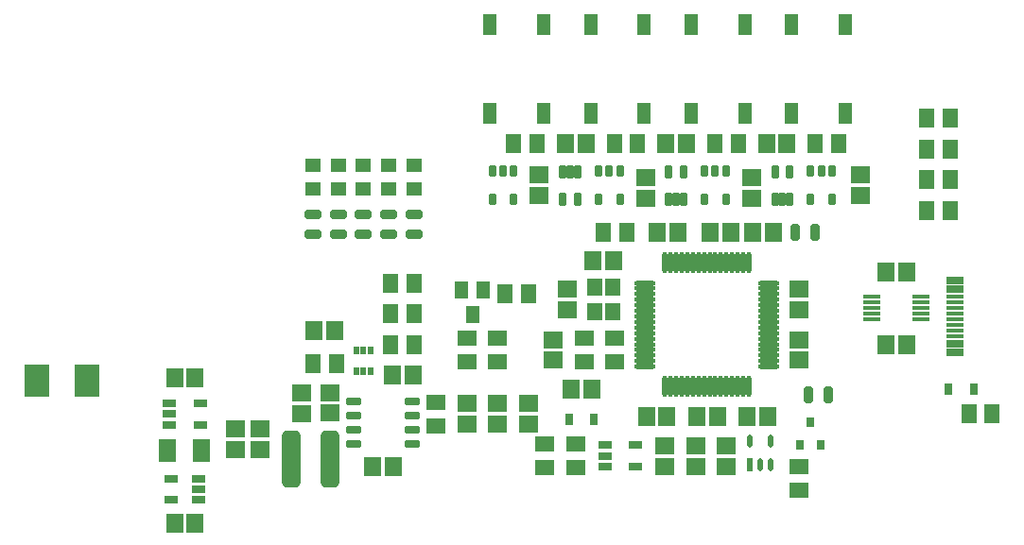
<source format=gbr>
%TF.GenerationSoftware,Altium Limited,Altium Designer,21.0.9 (235)*%
G04 Layer_Color=8421504*
%FSLAX45Y45*%
%MOMM*%
%TF.SameCoordinates,158FC4AE-840B-470E-B714-2E0BDA5EE684*%
%TF.FilePolarity,Positive*%
%TF.FileFunction,Paste,Top*%
%TF.Part,Single*%
G01*
G75*
%TA.AperFunction,SMDPad,CuDef*%
%ADD23R,0.80000X0.90000*%
G04:AMPARAMS|DCode=24|XSize=1.15564mm|YSize=0.52981mm|CornerRadius=0.2649mm|HoleSize=0mm|Usage=FLASHONLY|Rotation=90.000|XOffset=0mm|YOffset=0mm|HoleType=Round|Shape=RoundedRectangle|*
%AMROUNDEDRECTD24*
21,1,1.15564,0.00000,0,0,90.0*
21,1,0.62584,0.52981,0,0,90.0*
1,1,0.52980,0.00000,0.31292*
1,1,0.52980,0.00000,-0.31292*
1,1,0.52980,0.00000,-0.31292*
1,1,0.52980,0.00000,0.31292*
%
%ADD24ROUNDEDRECTD24*%
%ADD25R,0.52981X1.15564*%
%ADD77R,1.65240X1.60240*%
%ADD78R,1.65240X1.35240*%
%ADD79R,1.35240X1.65240*%
%ADD104R,1.20240X0.75240*%
G04:AMPARAMS|DCode=105|XSize=1.4524mm|YSize=0.9124mm|CornerRadius=0.1712mm|HoleSize=0mm|Usage=FLASHONLY|Rotation=270.000|XOffset=0mm|YOffset=0mm|HoleType=Round|Shape=RoundedRectangle|*
%AMROUNDEDRECTD105*
21,1,1.45240,0.57000,0,0,270.0*
21,1,1.11000,0.91240,0,0,270.0*
1,1,0.34240,-0.28500,-0.55500*
1,1,0.34240,-0.28500,0.55500*
1,1,0.34240,0.28500,0.55500*
1,1,0.34240,0.28500,-0.55500*
%
%ADD105ROUNDEDRECTD105*%
%ADD106R,1.25240X1.95240*%
%ADD107R,0.78240X0.98240*%
%ADD108R,2.31140X2.89540*%
%ADD109R,1.35240X1.25240*%
G04:AMPARAMS|DCode=110|XSize=1.4524mm|YSize=0.9124mm|CornerRadius=0.1712mm|HoleSize=0mm|Usage=FLASHONLY|Rotation=180.000|XOffset=0mm|YOffset=0mm|HoleType=Round|Shape=RoundedRectangle|*
%AMROUNDEDRECTD110*
21,1,1.45240,0.57000,0,0,180.0*
21,1,1.11000,0.91240,0,0,180.0*
1,1,0.34240,-0.55500,0.28500*
1,1,0.34240,0.55500,0.28500*
1,1,0.34240,0.55500,-0.28500*
1,1,0.34240,-0.55500,-0.28500*
%
%ADD110ROUNDEDRECTD110*%
G04:AMPARAMS|DCode=111|XSize=0.7024mm|YSize=0.9524mm|CornerRadius=0.1257mm|HoleSize=0mm|Usage=FLASHONLY|Rotation=0.000|XOffset=0mm|YOffset=0mm|HoleType=Round|Shape=RoundedRectangle|*
%AMROUNDEDRECTD111*
21,1,0.70240,0.70100,0,0,0.0*
21,1,0.45100,0.95240,0,0,0.0*
1,1,0.25140,0.22550,-0.35050*
1,1,0.25140,-0.22550,-0.35050*
1,1,0.25140,-0.22550,0.35050*
1,1,0.25140,0.22550,0.35050*
%
%ADD111ROUNDEDRECTD111*%
G04:AMPARAMS|DCode=112|XSize=0.6024mm|YSize=1.2024mm|CornerRadius=0.1257mm|HoleSize=0mm|Usage=FLASHONLY|Rotation=180.000|XOffset=0mm|YOffset=0mm|HoleType=Round|Shape=RoundedRectangle|*
%AMROUNDEDRECTD112*
21,1,0.60240,0.95100,0,0,180.0*
21,1,0.35100,1.20240,0,0,180.0*
1,1,0.25140,-0.17550,0.47550*
1,1,0.25140,0.17550,0.47550*
1,1,0.25140,0.17550,-0.47550*
1,1,0.25140,-0.17550,-0.47550*
%
%ADD112ROUNDEDRECTD112*%
%ADD113R,1.60240X1.65240*%
%ADD114R,1.15240X1.55240*%
%ADD115R,0.55240X0.80240*%
%ADD116R,1.15240X0.75240*%
%ADD117R,1.50240X2.00240*%
%ADD118O,0.45240X1.95240*%
%ADD119O,1.95240X0.45240*%
%TA.AperFunction,ConnectorPad*%
%ADD120R,1.60240X0.75240*%
%ADD121R,1.60240X0.45240*%
%TA.AperFunction,SMDPad,CuDef*%
G04:AMPARAMS|DCode=122|XSize=1.6524mm|YSize=5.1524mm|CornerRadius=0.4512mm|HoleSize=0mm|Usage=FLASHONLY|Rotation=180.000|XOffset=0mm|YOffset=0mm|HoleType=Round|Shape=RoundedRectangle|*
%AMROUNDEDRECTD122*
21,1,1.65240,4.25000,0,0,180.0*
21,1,0.75000,5.15240,0,0,180.0*
1,1,0.90240,-0.37500,2.12500*
1,1,0.90240,0.37500,2.12500*
1,1,0.90240,0.37500,-2.12500*
1,1,0.90240,-0.37500,-2.12500*
%
%ADD122ROUNDEDRECTD122*%
%ADD123R,1.35240X1.55240*%
%ADD124O,1.55240X0.40240*%
G04:AMPARAMS|DCode=125|XSize=0.7024mm|YSize=1.4024mm|CornerRadius=0.1257mm|HoleSize=0mm|Usage=FLASHONLY|Rotation=270.000|XOffset=0mm|YOffset=0mm|HoleType=Round|Shape=RoundedRectangle|*
%AMROUNDEDRECTD125*
21,1,0.70240,1.15100,0,0,270.0*
21,1,0.45100,1.40240,0,0,270.0*
1,1,0.25140,-0.57550,-0.22550*
1,1,0.25140,-0.57550,0.22550*
1,1,0.25140,0.57550,0.22550*
1,1,0.25140,0.57550,-0.22550*
%
%ADD125ROUNDEDRECTD125*%
D23*
X7880000Y850000D02*
D03*
X8070000D02*
D03*
X7975000Y1050000D02*
D03*
D24*
X7430000Y882528D02*
D03*
X7620000D02*
D03*
Y667472D02*
D03*
X7525000D02*
D03*
D25*
X7430000D02*
D03*
D77*
X6500000Y3057500D02*
D03*
Y3242500D02*
D03*
X7450000Y3057500D02*
D03*
Y3242500D02*
D03*
X8425000Y3082500D02*
D03*
Y3267500D02*
D03*
X3417339Y1131780D02*
D03*
Y1316780D02*
D03*
X5550000Y3267500D02*
D03*
Y3082500D02*
D03*
X7875000Y1792500D02*
D03*
Y1607500D02*
D03*
Y2057500D02*
D03*
Y2242500D02*
D03*
X5800000D02*
D03*
Y2057500D02*
D03*
X5675000Y1792500D02*
D03*
Y1607500D02*
D03*
X6950000Y842500D02*
D03*
Y657500D02*
D03*
X7225000D02*
D03*
Y842500D02*
D03*
X6675000D02*
D03*
Y657500D02*
D03*
X5450000Y1217500D02*
D03*
Y1032500D02*
D03*
X5175000Y1217500D02*
D03*
Y1032500D02*
D03*
X4900000Y1217500D02*
D03*
Y1032500D02*
D03*
X3675000Y1317500D02*
D03*
Y1132500D02*
D03*
X3050000Y992500D02*
D03*
Y807500D02*
D03*
X2825000Y992500D02*
D03*
Y807500D02*
D03*
D78*
X5175000Y1595000D02*
D03*
Y1805000D02*
D03*
X4625000Y1230000D02*
D03*
Y1020000D02*
D03*
X5950000Y1595000D02*
D03*
Y1805000D02*
D03*
X6225000Y1595000D02*
D03*
Y1805000D02*
D03*
X7875000Y445000D02*
D03*
Y655000D02*
D03*
X5875000Y855000D02*
D03*
Y645000D02*
D03*
X5600000D02*
D03*
Y855000D02*
D03*
X4900000Y1805000D02*
D03*
Y1595000D02*
D03*
D79*
X5320000Y3550000D02*
D03*
X5530000D02*
D03*
X9605000Y1125000D02*
D03*
X9395000D02*
D03*
X8230000Y3550000D02*
D03*
X8020000D02*
D03*
X7330000D02*
D03*
X7120000D02*
D03*
X6430000D02*
D03*
X6220000D02*
D03*
X6122280Y2755120D02*
D03*
X6332280D02*
D03*
X9020000Y2950000D02*
D03*
X9230000D02*
D03*
X9020000Y3225000D02*
D03*
X9230000D02*
D03*
X9020000Y3500000D02*
D03*
X9230000D02*
D03*
X9020000Y3775000D02*
D03*
X9230000D02*
D03*
X5245000Y2200000D02*
D03*
X5455000D02*
D03*
X4430000Y2300000D02*
D03*
X4220000D02*
D03*
X4430000Y2025000D02*
D03*
X4220000D02*
D03*
Y1750000D02*
D03*
X4430000D02*
D03*
X3520000Y1575000D02*
D03*
X3730000D02*
D03*
D104*
X2512500Y1220000D02*
D03*
Y1030000D02*
D03*
X2237500D02*
D03*
Y1125000D02*
D03*
Y1220000D02*
D03*
X6412500Y845000D02*
D03*
Y655000D02*
D03*
X6137500D02*
D03*
Y750000D02*
D03*
Y845000D02*
D03*
D105*
X7961000Y1300000D02*
D03*
X8140000D02*
D03*
X7843420Y2755100D02*
D03*
X8022420D02*
D03*
D106*
X5109501Y4620099D02*
D03*
X5589500D02*
D03*
X5109500Y3820100D02*
D03*
X5589500Y3820101D02*
D03*
X6909501Y4620099D02*
D03*
X7389500D02*
D03*
X6909500Y3820100D02*
D03*
X7389500Y3820101D02*
D03*
X7809501Y4620099D02*
D03*
X8289500D02*
D03*
X7809500Y3820100D02*
D03*
X8289500Y3820101D02*
D03*
X6009501Y4620099D02*
D03*
X6489500D02*
D03*
X6009500Y3820100D02*
D03*
X6489500Y3820101D02*
D03*
D107*
X5813500Y1075000D02*
D03*
X6036500D02*
D03*
X9213500Y1350000D02*
D03*
X9436500D02*
D03*
D108*
X1054000Y1425000D02*
D03*
X1496000D02*
D03*
D109*
X4425000Y3355000D02*
D03*
Y3145000D02*
D03*
X4200000Y3355000D02*
D03*
Y3145000D02*
D03*
X3975000Y3355000D02*
D03*
Y3145000D02*
D03*
X3749976Y3354999D02*
D03*
Y3144999D02*
D03*
X3525000Y3355000D02*
D03*
Y3145000D02*
D03*
D110*
X4425000Y2735000D02*
D03*
Y2914000D02*
D03*
X3975000Y2735000D02*
D03*
Y2914000D02*
D03*
X4200000Y2735000D02*
D03*
Y2914000D02*
D03*
X3750000Y2735000D02*
D03*
Y2914000D02*
D03*
X3525000Y2735000D02*
D03*
Y2914000D02*
D03*
D111*
X8170000Y3047500D02*
D03*
X7980000D02*
D03*
Y3302500D02*
D03*
X8075000D02*
D03*
X8170000D02*
D03*
X7220000Y3047500D02*
D03*
X7030000D02*
D03*
Y3302500D02*
D03*
X7125000D02*
D03*
X7220000D02*
D03*
X6270000Y3047500D02*
D03*
X6080000D02*
D03*
Y3302500D02*
D03*
X6175000D02*
D03*
X6270000D02*
D03*
X5130000Y3047500D02*
D03*
X5320000Y3302500D02*
D03*
X5225000D02*
D03*
X5130000D02*
D03*
X5320000Y3047500D02*
D03*
D112*
X7660000Y3297500D02*
D03*
X7790000D02*
D03*
Y3052500D02*
D03*
X7725000D02*
D03*
X7660000D02*
D03*
X6710000Y3297500D02*
D03*
X6840000D02*
D03*
Y3052500D02*
D03*
X6775000D02*
D03*
X6710000D02*
D03*
X5890000Y3052500D02*
D03*
X5760000D02*
D03*
Y3297500D02*
D03*
X5825000D02*
D03*
X5890000D02*
D03*
D113*
X7582500Y3550000D02*
D03*
X7767500D02*
D03*
X6682500D02*
D03*
X6867500D02*
D03*
X5782500D02*
D03*
X5967500D02*
D03*
X7457500Y2750000D02*
D03*
X7642500D02*
D03*
X7267500D02*
D03*
X7082500D02*
D03*
X6792500D02*
D03*
X6607500D02*
D03*
X6217500Y2500000D02*
D03*
X6032500D02*
D03*
X5832500Y1350000D02*
D03*
X6017500D02*
D03*
X8657500Y2400000D02*
D03*
X8842500D02*
D03*
Y1750000D02*
D03*
X8657500D02*
D03*
X7592500Y1100000D02*
D03*
X7407500D02*
D03*
X7142500D02*
D03*
X6957500D02*
D03*
X6507500D02*
D03*
X6692500D02*
D03*
X4232500Y1475000D02*
D03*
X4417500D02*
D03*
X4242500Y650000D02*
D03*
X4057500D02*
D03*
X3532500Y1875000D02*
D03*
X3717500D02*
D03*
X2467500Y150000D02*
D03*
X2282500D02*
D03*
Y1450000D02*
D03*
X2467500D02*
D03*
D114*
X4855000Y2235000D02*
D03*
X4950000Y2015000D02*
D03*
X5045000Y2235000D02*
D03*
D115*
X4040000Y1505000D02*
D03*
X3975000D02*
D03*
X3910000D02*
D03*
Y1695000D02*
D03*
X3975000D02*
D03*
X4040000D02*
D03*
D116*
X2495000Y355000D02*
D03*
Y450000D02*
D03*
Y545000D02*
D03*
X2255000D02*
D03*
Y355000D02*
D03*
D117*
X2527500Y800000D02*
D03*
X2222500D02*
D03*
D118*
X6825000Y1370000D02*
D03*
X6875000D02*
D03*
X6925000D02*
D03*
X6975000D02*
D03*
X7125000D02*
D03*
X7175000D02*
D03*
X7225000D02*
D03*
X6775000Y2480000D02*
D03*
X7275000Y1370000D02*
D03*
X7025000D02*
D03*
X7075000D02*
D03*
X6675000D02*
D03*
X6725000D02*
D03*
X6775000D02*
D03*
X7325000D02*
D03*
X7375000D02*
D03*
X7425000D02*
D03*
Y2480000D02*
D03*
X7375000D02*
D03*
X7325000D02*
D03*
X7275000D02*
D03*
X7225000D02*
D03*
X7175000D02*
D03*
X7125000D02*
D03*
X7075000D02*
D03*
X7025000D02*
D03*
X6975000D02*
D03*
X6925000D02*
D03*
X6875000D02*
D03*
X6825000D02*
D03*
X6725000D02*
D03*
X6675000D02*
D03*
D119*
X7605000Y1950000D02*
D03*
Y2000000D02*
D03*
Y2050000D02*
D03*
Y2100000D02*
D03*
Y2150000D02*
D03*
Y1550000D02*
D03*
Y1600000D02*
D03*
Y1650000D02*
D03*
Y1700000D02*
D03*
X6495000Y1950000D02*
D03*
Y1850000D02*
D03*
X7605000Y1750000D02*
D03*
Y1800000D02*
D03*
Y1850000D02*
D03*
Y1900000D02*
D03*
X6495000Y2250000D02*
D03*
Y2200000D02*
D03*
Y2150000D02*
D03*
Y2300000D02*
D03*
Y2100000D02*
D03*
Y2050000D02*
D03*
Y2000000D02*
D03*
Y1900000D02*
D03*
Y1800000D02*
D03*
Y1750000D02*
D03*
Y1700000D02*
D03*
Y1650000D02*
D03*
Y1600000D02*
D03*
Y1550000D02*
D03*
X7605000Y2200000D02*
D03*
Y2250000D02*
D03*
Y2300000D02*
D03*
D120*
X9272500Y1755000D02*
D03*
Y1675000D02*
D03*
Y2245000D02*
D03*
Y2325000D02*
D03*
D121*
Y1925000D02*
D03*
Y1875000D02*
D03*
Y1825000D02*
D03*
Y2075000D02*
D03*
Y2125000D02*
D03*
Y2175000D02*
D03*
Y2025000D02*
D03*
Y1975000D02*
D03*
D122*
X3675001Y725000D02*
D03*
X3325000D02*
D03*
D123*
X6205000Y2040000D02*
D03*
Y2260000D02*
D03*
X6045000Y2040000D02*
D03*
Y2260000D02*
D03*
D124*
X8970000Y1975000D02*
D03*
Y2025000D02*
D03*
Y2075000D02*
D03*
Y2125000D02*
D03*
Y2175000D02*
D03*
X8530000Y1975000D02*
D03*
Y2025000D02*
D03*
Y2075000D02*
D03*
Y2125000D02*
D03*
Y2175000D02*
D03*
D125*
X3887500Y1240500D02*
D03*
Y1113500D02*
D03*
Y986500D02*
D03*
Y859500D02*
D03*
X4412500Y1240500D02*
D03*
Y1113500D02*
D03*
Y986500D02*
D03*
Y859500D02*
D03*
%TF.MD5,1bcea3f646170038d9dc941c728b0d6a*%
M02*

</source>
